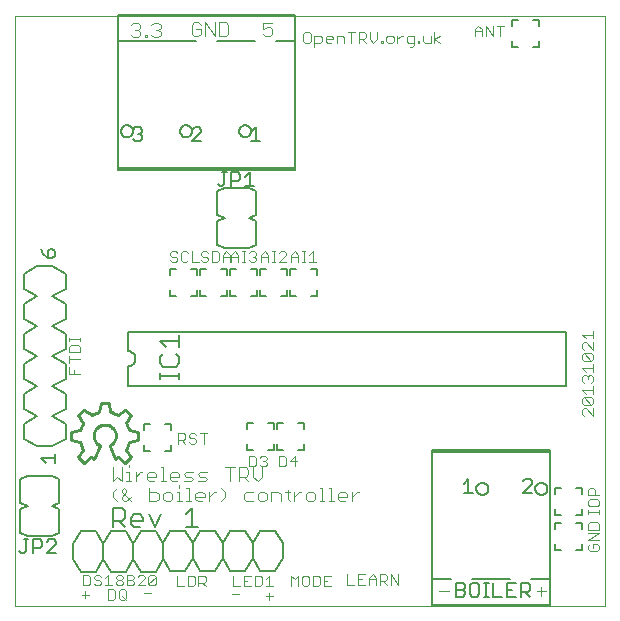
<source format=gto>
G75*
%MOIN*%
%OFA0B0*%
%FSLAX24Y24*%
%IPPOS*%
%LPD*%
%AMOC8*
5,1,8,0,0,1.08239X$1,22.5*
%
%ADD10C,0.0000*%
%ADD11C,0.0040*%
%ADD12C,0.0030*%
%ADD13C,0.0050*%
%ADD14C,0.0060*%
%ADD15C,0.0070*%
%ADD16C,0.0100*%
D10*
X000180Y000180D02*
X000180Y019865D01*
X019865Y019865D01*
X019865Y000180D01*
X000180Y000180D01*
D11*
X002412Y000559D02*
X002648Y000559D01*
X002530Y000677D02*
X002530Y000441D01*
X002460Y000871D02*
X002637Y000871D01*
X002696Y000930D01*
X002696Y001166D01*
X002637Y001225D01*
X002460Y001225D01*
X002460Y000871D01*
X002822Y000930D02*
X002881Y000871D01*
X002999Y000871D01*
X003058Y000930D01*
X003058Y000989D01*
X002999Y001048D01*
X002881Y001048D01*
X002822Y001107D01*
X002822Y001166D01*
X002881Y001225D01*
X002999Y001225D01*
X003058Y001166D01*
X003185Y001107D02*
X003303Y001225D01*
X003303Y000871D01*
X003185Y000871D02*
X003421Y000871D01*
X003462Y000751D02*
X003285Y000751D01*
X003285Y000397D01*
X003462Y000397D01*
X003521Y000456D01*
X003521Y000692D01*
X003462Y000751D01*
X003606Y000871D02*
X003547Y000930D01*
X003547Y000989D01*
X003606Y001048D01*
X003724Y001048D01*
X003783Y000989D01*
X003783Y000930D01*
X003724Y000871D01*
X003606Y000871D01*
X003706Y000751D02*
X003824Y000751D01*
X003883Y000692D01*
X003883Y000456D01*
X003824Y000397D01*
X003706Y000397D01*
X003647Y000456D01*
X003647Y000692D01*
X003706Y000751D01*
X003910Y000871D02*
X004087Y000871D01*
X004146Y000930D01*
X004146Y000989D01*
X004087Y001048D01*
X003910Y001048D01*
X003783Y001107D02*
X003724Y001048D01*
X003783Y001107D02*
X003783Y001166D01*
X003724Y001225D01*
X003606Y001225D01*
X003547Y001166D01*
X003547Y001107D01*
X003606Y001048D01*
X003910Y000871D02*
X003910Y001225D01*
X004087Y001225D01*
X004146Y001166D01*
X004146Y001107D01*
X004087Y001048D01*
X004272Y001166D02*
X004331Y001225D01*
X004449Y001225D01*
X004508Y001166D01*
X004508Y001107D01*
X004272Y000871D01*
X004508Y000871D01*
X004635Y000930D02*
X004635Y001166D01*
X004694Y001225D01*
X004812Y001225D01*
X004871Y001166D01*
X004635Y000930D01*
X004694Y000871D01*
X004812Y000871D01*
X004871Y000930D01*
X004871Y001166D01*
X004720Y000604D02*
X004484Y000604D01*
X003883Y000397D02*
X003765Y000515D01*
X005579Y000847D02*
X005815Y000847D01*
X005941Y000847D02*
X006118Y000847D01*
X006177Y000906D01*
X006177Y001142D01*
X006118Y001201D01*
X005941Y001201D01*
X005941Y000847D01*
X005579Y000847D02*
X005579Y001201D01*
X006304Y001201D02*
X006304Y000847D01*
X006304Y000965D02*
X006481Y000965D01*
X006540Y001024D01*
X006540Y001142D01*
X006481Y001201D01*
X006304Y001201D01*
X006422Y000965D02*
X006540Y000847D01*
X007454Y000847D02*
X007690Y000847D01*
X007816Y000847D02*
X008052Y000847D01*
X008179Y000847D02*
X008356Y000847D01*
X008415Y000906D01*
X008415Y001142D01*
X008356Y001201D01*
X008179Y001201D01*
X008179Y000847D01*
X007934Y001024D02*
X007816Y001024D01*
X007816Y001201D02*
X007816Y000847D01*
X007816Y001201D02*
X008052Y001201D01*
X008541Y001083D02*
X008659Y001201D01*
X008659Y000847D01*
X008541Y000847D02*
X008777Y000847D01*
X008663Y000633D02*
X008663Y000397D01*
X008545Y000515D02*
X008781Y000515D01*
X009389Y000847D02*
X009389Y001201D01*
X009507Y001083D01*
X009625Y001201D01*
X009625Y000847D01*
X009751Y000906D02*
X009810Y000847D01*
X009928Y000847D01*
X009987Y000906D01*
X009987Y001142D01*
X009928Y001201D01*
X009810Y001201D01*
X009751Y001142D01*
X009751Y000906D01*
X010114Y000847D02*
X010291Y000847D01*
X010350Y000906D01*
X010350Y001142D01*
X010291Y001201D01*
X010114Y001201D01*
X010114Y000847D01*
X010476Y000847D02*
X010712Y000847D01*
X010594Y001024D02*
X010476Y001024D01*
X010476Y001201D02*
X010476Y000847D01*
X010476Y001201D02*
X010712Y001201D01*
X011264Y001250D02*
X011264Y000896D01*
X011500Y000896D01*
X011626Y000896D02*
X011862Y000896D01*
X011989Y000896D02*
X011989Y001132D01*
X012107Y001250D01*
X012225Y001132D01*
X012225Y000896D01*
X012351Y000896D02*
X012351Y001250D01*
X012528Y001250D01*
X012587Y001191D01*
X012587Y001073D01*
X012528Y001014D01*
X012351Y001014D01*
X012469Y001014D02*
X012587Y000896D01*
X012714Y000896D02*
X012714Y001250D01*
X012950Y000896D01*
X012950Y001250D01*
X012225Y001073D02*
X011989Y001073D01*
X011862Y001250D02*
X011626Y001250D01*
X011626Y000896D01*
X011626Y001073D02*
X011744Y001073D01*
X014333Y000700D02*
X014639Y000700D01*
X017577Y000674D02*
X017884Y000674D01*
X017731Y000827D02*
X017731Y000521D01*
X019293Y002070D02*
X019352Y002011D01*
X019588Y002011D01*
X019647Y002070D01*
X019647Y002188D01*
X019588Y002247D01*
X019470Y002247D01*
X019470Y002129D01*
X019352Y002247D02*
X019293Y002188D01*
X019293Y002070D01*
X019293Y002374D02*
X019647Y002610D01*
X019293Y002610D01*
X019293Y002736D02*
X019293Y002913D01*
X019352Y002972D01*
X019588Y002972D01*
X019647Y002913D01*
X019647Y002736D01*
X019293Y002736D01*
X019293Y002374D02*
X019647Y002374D01*
X019641Y003268D02*
X019641Y003386D01*
X019641Y003327D02*
X019287Y003327D01*
X019287Y003268D02*
X019287Y003386D01*
X019346Y003509D02*
X019582Y003509D01*
X019641Y003568D01*
X019641Y003686D01*
X019582Y003745D01*
X019346Y003745D01*
X019287Y003686D01*
X019287Y003568D01*
X019346Y003509D01*
X019287Y003872D02*
X019287Y004049D01*
X019346Y004108D01*
X019464Y004108D01*
X019523Y004049D01*
X019523Y003872D01*
X019641Y003872D02*
X019287Y003872D01*
X011650Y003980D02*
X011573Y003980D01*
X011420Y003827D01*
X011420Y003980D02*
X011420Y003673D01*
X011267Y003827D02*
X010960Y003827D01*
X010960Y003904D02*
X011036Y003980D01*
X011190Y003980D01*
X011267Y003904D01*
X011267Y003827D01*
X011190Y003673D02*
X011036Y003673D01*
X010960Y003750D01*
X010960Y003904D01*
X010806Y003673D02*
X010653Y003673D01*
X010729Y003673D02*
X010729Y004134D01*
X010653Y004134D01*
X010422Y004134D02*
X010422Y003673D01*
X010346Y003673D02*
X010499Y003673D01*
X010192Y003750D02*
X010192Y003904D01*
X010116Y003980D01*
X009962Y003980D01*
X009885Y003904D01*
X009885Y003750D01*
X009962Y003673D01*
X010116Y003673D01*
X010192Y003750D01*
X010346Y004134D02*
X010422Y004134D01*
X009732Y003980D02*
X009655Y003980D01*
X009502Y003827D01*
X009502Y003980D02*
X009502Y003673D01*
X009348Y003673D02*
X009271Y003750D01*
X009271Y004057D01*
X009195Y003980D02*
X009348Y003980D01*
X009041Y003904D02*
X009041Y003673D01*
X009041Y003904D02*
X008965Y003980D01*
X008734Y003980D01*
X008734Y003673D01*
X008581Y003750D02*
X008581Y003904D01*
X008504Y003980D01*
X008351Y003980D01*
X008274Y003904D01*
X008274Y003750D01*
X008351Y003673D01*
X008504Y003673D01*
X008581Y003750D01*
X008120Y003673D02*
X007890Y003673D01*
X007814Y003750D01*
X007814Y003904D01*
X007890Y003980D01*
X008120Y003980D01*
X007967Y004348D02*
X007814Y004501D01*
X007890Y004501D02*
X007660Y004501D01*
X007660Y004348D02*
X007660Y004808D01*
X007890Y004808D01*
X007967Y004731D01*
X007967Y004578D01*
X007890Y004501D01*
X008120Y004501D02*
X008120Y004808D01*
X008155Y004838D02*
X007978Y004838D01*
X007978Y005192D01*
X008155Y005192D01*
X008214Y005133D01*
X008214Y004897D01*
X008155Y004838D01*
X008340Y004897D02*
X008399Y004838D01*
X008517Y004838D01*
X008576Y004897D01*
X008576Y004956D01*
X008517Y005015D01*
X008458Y005015D01*
X008517Y005015D02*
X008576Y005074D01*
X008576Y005133D01*
X008517Y005192D01*
X008399Y005192D01*
X008340Y005133D01*
X008427Y004808D02*
X008427Y004501D01*
X008274Y004348D01*
X008120Y004501D01*
X007507Y004808D02*
X007200Y004808D01*
X007353Y004808D02*
X007353Y004348D01*
X007046Y004134D02*
X007200Y003980D01*
X007200Y003827D01*
X007046Y003673D01*
X006893Y003980D02*
X006816Y003980D01*
X006663Y003827D01*
X006663Y003980D02*
X006663Y003673D01*
X006509Y003827D02*
X006202Y003827D01*
X006202Y003904D02*
X006279Y003980D01*
X006432Y003980D01*
X006509Y003904D01*
X006509Y003827D01*
X006432Y003673D02*
X006279Y003673D01*
X006202Y003750D01*
X006202Y003904D01*
X006049Y003673D02*
X005895Y003673D01*
X005972Y003673D02*
X005972Y004134D01*
X005895Y004134D01*
X005819Y004348D02*
X006049Y004348D01*
X006125Y004424D01*
X006049Y004501D01*
X005895Y004501D01*
X005819Y004578D01*
X005895Y004655D01*
X006125Y004655D01*
X006279Y004578D02*
X006356Y004655D01*
X006586Y004655D01*
X006509Y004501D02*
X006356Y004501D01*
X006279Y004578D01*
X006279Y004348D02*
X006509Y004348D01*
X006586Y004424D01*
X006509Y004501D01*
X005665Y004501D02*
X005358Y004501D01*
X005358Y004424D02*
X005358Y004578D01*
X005435Y004655D01*
X005588Y004655D01*
X005665Y004578D01*
X005665Y004501D01*
X005588Y004348D02*
X005435Y004348D01*
X005358Y004424D01*
X005205Y004348D02*
X005051Y004348D01*
X005128Y004348D02*
X005128Y004808D01*
X005051Y004808D01*
X004821Y004655D02*
X004898Y004578D01*
X004898Y004501D01*
X004591Y004501D01*
X004591Y004424D02*
X004591Y004578D01*
X004668Y004655D01*
X004821Y004655D01*
X004821Y004348D02*
X004668Y004348D01*
X004591Y004424D01*
X004437Y004655D02*
X004361Y004655D01*
X004207Y004501D01*
X004207Y004348D02*
X004207Y004655D01*
X003977Y004655D02*
X003977Y004348D01*
X003900Y004348D02*
X004054Y004348D01*
X003823Y004134D02*
X003747Y004057D01*
X003747Y003980D01*
X004054Y003673D01*
X004054Y003827D02*
X003900Y003673D01*
X003823Y003673D01*
X003747Y003750D01*
X003747Y003827D01*
X003900Y003980D01*
X003900Y004057D01*
X003823Y004134D01*
X003747Y004348D02*
X003747Y004808D01*
X003900Y004655D02*
X003977Y004655D01*
X003977Y004808D02*
X003977Y004885D01*
X003440Y004808D02*
X003440Y004348D01*
X003593Y004501D01*
X003747Y004348D01*
X003593Y004134D02*
X003440Y003980D01*
X003440Y003827D01*
X003593Y003673D01*
X004668Y003673D02*
X004898Y003673D01*
X004974Y003750D01*
X004974Y003904D01*
X004898Y003980D01*
X004668Y003980D01*
X004668Y004134D02*
X004668Y003673D01*
X005128Y003750D02*
X005205Y003673D01*
X005358Y003673D01*
X005435Y003750D01*
X005435Y003904D01*
X005358Y003980D01*
X005205Y003980D01*
X005128Y003904D01*
X005128Y003750D01*
X005588Y003673D02*
X005742Y003673D01*
X005665Y003673D02*
X005665Y003980D01*
X005588Y003980D01*
X005665Y004134D02*
X005665Y004211D01*
X005631Y005596D02*
X005631Y005950D01*
X005808Y005950D01*
X005867Y005891D01*
X005867Y005773D01*
X005808Y005714D01*
X005631Y005714D01*
X005749Y005714D02*
X005867Y005596D01*
X005993Y005655D02*
X006052Y005596D01*
X006170Y005596D01*
X006229Y005655D01*
X006229Y005714D01*
X006170Y005773D01*
X006052Y005773D01*
X005993Y005832D01*
X005993Y005891D01*
X006052Y005950D01*
X006170Y005950D01*
X006229Y005891D01*
X006356Y005950D02*
X006592Y005950D01*
X006474Y005950D02*
X006474Y005596D01*
X008978Y005192D02*
X008978Y004838D01*
X009155Y004838D01*
X009214Y004897D01*
X009214Y005133D01*
X009155Y005192D01*
X008978Y005192D01*
X009340Y005015D02*
X009576Y005015D01*
X009517Y005192D02*
X009340Y005015D01*
X009517Y004838D02*
X009517Y005192D01*
X007454Y001201D02*
X007454Y000847D01*
X007426Y000574D02*
X007662Y000574D01*
X002340Y007923D02*
X001986Y007923D01*
X001986Y008159D01*
X001986Y008286D02*
X001986Y008522D01*
X001986Y008404D02*
X002340Y008404D01*
X002163Y008041D02*
X002163Y007923D01*
X001986Y008648D02*
X002340Y008648D01*
X002340Y008825D01*
X002281Y008884D01*
X002045Y008884D01*
X001986Y008825D01*
X001986Y008648D01*
X001986Y009011D02*
X001986Y009129D01*
X001986Y009070D02*
X002340Y009070D01*
X002340Y009011D02*
X002340Y009129D01*
X005362Y011715D02*
X005421Y011656D01*
X005539Y011656D01*
X005598Y011715D01*
X005598Y011774D01*
X005539Y011833D01*
X005421Y011833D01*
X005362Y011892D01*
X005362Y011951D01*
X005421Y012010D01*
X005539Y012010D01*
X005598Y011951D01*
X005725Y011951D02*
X005725Y011715D01*
X005784Y011656D01*
X005902Y011656D01*
X005961Y011715D01*
X006087Y011656D02*
X006087Y012010D01*
X005961Y011951D02*
X005902Y012010D01*
X005784Y012010D01*
X005725Y011951D01*
X006087Y011656D02*
X006323Y011656D01*
X006382Y011715D02*
X006441Y011656D01*
X006559Y011656D01*
X006618Y011715D01*
X006618Y011774D01*
X006559Y011833D01*
X006441Y011833D01*
X006382Y011892D01*
X006382Y011951D01*
X006441Y012010D01*
X006559Y012010D01*
X006618Y011951D01*
X006745Y012010D02*
X006922Y012010D01*
X006981Y011951D01*
X006981Y011715D01*
X006922Y011656D01*
X006745Y011656D01*
X006745Y012010D01*
X007107Y011892D02*
X007107Y011656D01*
X007107Y011833D02*
X007343Y011833D01*
X007387Y011833D02*
X007623Y011833D01*
X007623Y011892D02*
X007623Y011656D01*
X007749Y011656D02*
X007867Y011656D01*
X007808Y011656D02*
X007808Y012010D01*
X007749Y012010D02*
X007867Y012010D01*
X007991Y011951D02*
X008050Y012010D01*
X008168Y012010D01*
X008227Y011951D01*
X008227Y011892D01*
X008168Y011833D01*
X008227Y011774D01*
X008227Y011715D01*
X008168Y011656D01*
X008050Y011656D01*
X007991Y011715D01*
X008109Y011833D02*
X008168Y011833D01*
X008387Y011833D02*
X008623Y011833D01*
X008623Y011892D02*
X008623Y011656D01*
X008749Y011656D02*
X008867Y011656D01*
X008808Y011656D02*
X008808Y012010D01*
X008749Y012010D02*
X008867Y012010D01*
X008991Y011951D02*
X009050Y012010D01*
X009168Y012010D01*
X009227Y011951D01*
X009227Y011892D01*
X008991Y011656D01*
X009227Y011656D01*
X009387Y011656D02*
X009387Y011892D01*
X009505Y012010D01*
X009623Y011892D01*
X009623Y011656D01*
X009749Y011656D02*
X009867Y011656D01*
X009808Y011656D02*
X009808Y012010D01*
X009749Y012010D02*
X009867Y012010D01*
X009991Y011892D02*
X010109Y012010D01*
X010109Y011656D01*
X009991Y011656D02*
X010227Y011656D01*
X009623Y011833D02*
X009387Y011833D01*
X008623Y011892D02*
X008505Y012010D01*
X008387Y011892D01*
X008387Y011656D01*
X007623Y011892D02*
X007505Y012010D01*
X007387Y011892D01*
X007387Y011656D01*
X007343Y011656D02*
X007343Y011892D01*
X007225Y012010D01*
X007107Y011892D01*
X006992Y019185D02*
X007222Y019185D01*
X007299Y019262D01*
X007299Y019569D01*
X007222Y019646D01*
X006992Y019646D01*
X006992Y019185D01*
X006838Y019185D02*
X006838Y019646D01*
X006531Y019646D02*
X006531Y019185D01*
X006378Y019262D02*
X006378Y019416D01*
X006224Y019416D01*
X006071Y019569D02*
X006071Y019262D01*
X006148Y019185D01*
X006301Y019185D01*
X006378Y019262D01*
X006378Y019569D02*
X006301Y019646D01*
X006148Y019646D01*
X006071Y019569D01*
X006531Y019646D02*
X006838Y019185D01*
X008454Y019251D02*
X008531Y019174D01*
X008685Y019174D01*
X008761Y019251D01*
X008761Y019404D01*
X008685Y019481D01*
X008608Y019481D01*
X008454Y019404D01*
X008454Y019634D01*
X008761Y019634D01*
X005043Y019540D02*
X005043Y019463D01*
X004966Y019386D01*
X005043Y019310D01*
X005043Y019233D01*
X004966Y019156D01*
X004812Y019156D01*
X004736Y019233D01*
X004582Y019233D02*
X004582Y019156D01*
X004505Y019156D01*
X004505Y019233D01*
X004582Y019233D01*
X004352Y019233D02*
X004352Y019310D01*
X004275Y019386D01*
X004199Y019386D01*
X004275Y019386D02*
X004352Y019463D01*
X004352Y019540D01*
X004275Y019617D01*
X004122Y019617D01*
X004045Y019540D01*
X004045Y019233D02*
X004122Y019156D01*
X004275Y019156D01*
X004352Y019233D01*
X004736Y019540D02*
X004812Y019617D01*
X004966Y019617D01*
X005043Y019540D01*
X004966Y019386D02*
X004889Y019386D01*
X015519Y019358D02*
X015755Y019358D01*
X015755Y019417D02*
X015755Y019181D01*
X015882Y019181D02*
X015882Y019535D01*
X016118Y019181D01*
X016118Y019535D01*
X016244Y019535D02*
X016480Y019535D01*
X016362Y019535D02*
X016362Y019181D01*
X015755Y019417D02*
X015637Y019535D01*
X015519Y019417D01*
X015519Y019181D01*
D12*
X014345Y019201D02*
X014160Y019078D01*
X014345Y018954D01*
X014160Y018954D02*
X014160Y019325D01*
X014038Y019201D02*
X014038Y018954D01*
X013853Y018954D01*
X013792Y019016D01*
X013792Y019201D01*
X013669Y019016D02*
X013607Y019016D01*
X013607Y018954D01*
X013669Y018954D01*
X013669Y019016D01*
X013486Y018954D02*
X013301Y018954D01*
X013239Y019016D01*
X013239Y019140D01*
X013301Y019201D01*
X013486Y019201D01*
X013486Y018893D01*
X013424Y018831D01*
X013363Y018831D01*
X013117Y019201D02*
X013056Y019201D01*
X012932Y019078D01*
X012932Y019201D02*
X012932Y018954D01*
X012811Y019016D02*
X012811Y019140D01*
X012749Y019201D01*
X012626Y019201D01*
X012564Y019140D01*
X012564Y019016D01*
X012626Y018954D01*
X012749Y018954D01*
X012811Y019016D01*
X012441Y019016D02*
X012441Y018954D01*
X012380Y018954D01*
X012380Y019016D01*
X012441Y019016D01*
X012258Y019078D02*
X012258Y019325D01*
X012258Y019078D02*
X012135Y018954D01*
X012011Y019078D01*
X012011Y019325D01*
X011890Y019263D02*
X011890Y019140D01*
X011828Y019078D01*
X011643Y019078D01*
X011767Y019078D02*
X011890Y018954D01*
X011643Y018954D02*
X011643Y019325D01*
X011828Y019325D01*
X011890Y019263D01*
X011522Y019325D02*
X011275Y019325D01*
X011398Y019325D02*
X011398Y018954D01*
X011153Y018954D02*
X011153Y019140D01*
X011092Y019201D01*
X010906Y019201D01*
X010906Y018954D01*
X010785Y019078D02*
X010538Y019078D01*
X010538Y019140D02*
X010600Y019201D01*
X010723Y019201D01*
X010785Y019140D01*
X010785Y019078D01*
X010723Y018954D02*
X010600Y018954D01*
X010538Y019016D01*
X010538Y019140D01*
X010417Y019140D02*
X010417Y019016D01*
X010355Y018954D01*
X010170Y018954D01*
X010170Y018831D02*
X010170Y019201D01*
X010355Y019201D01*
X010417Y019140D01*
X010048Y019263D02*
X010048Y019016D01*
X009987Y018954D01*
X009863Y018954D01*
X009801Y019016D01*
X009801Y019263D01*
X009863Y019325D01*
X009987Y019325D01*
X010048Y019263D01*
X019086Y009227D02*
X019457Y009227D01*
X019457Y009104D02*
X019457Y009351D01*
X019210Y009104D02*
X019086Y009227D01*
X019148Y008982D02*
X019086Y008921D01*
X019086Y008797D01*
X019148Y008736D01*
X019148Y008614D02*
X019395Y008367D01*
X019457Y008429D01*
X019457Y008552D01*
X019395Y008614D01*
X019148Y008614D01*
X019086Y008552D01*
X019086Y008429D01*
X019148Y008367D01*
X019395Y008367D01*
X019457Y008246D02*
X019457Y007999D01*
X019457Y008122D02*
X019086Y008122D01*
X019210Y007999D01*
X019210Y007878D02*
X019271Y007816D01*
X019333Y007878D01*
X019395Y007878D01*
X019457Y007816D01*
X019457Y007692D01*
X019395Y007631D01*
X019457Y007509D02*
X019457Y007262D01*
X019457Y007386D02*
X019086Y007386D01*
X019210Y007262D01*
X019148Y007141D02*
X019395Y006894D01*
X019457Y006956D01*
X019457Y007079D01*
X019395Y007141D01*
X019148Y007141D01*
X019086Y007079D01*
X019086Y006956D01*
X019148Y006894D01*
X019395Y006894D01*
X019457Y006773D02*
X019457Y006526D01*
X019210Y006773D01*
X019148Y006773D01*
X019086Y006711D01*
X019086Y006587D01*
X019148Y006526D01*
X019148Y007631D02*
X019086Y007692D01*
X019086Y007816D01*
X019148Y007878D01*
X019210Y007878D01*
X019271Y007816D02*
X019271Y007754D01*
X019457Y008736D02*
X019210Y008982D01*
X019148Y008982D01*
X019457Y008982D02*
X019457Y008736D01*
D13*
X017339Y004419D02*
X017189Y004419D01*
X017114Y004344D01*
X017339Y004419D02*
X017414Y004344D01*
X017414Y004269D01*
X017114Y003969D01*
X017414Y003969D01*
X015445Y003969D02*
X015145Y003969D01*
X015295Y003969D02*
X015295Y004419D01*
X015145Y004269D01*
X015125Y000949D02*
X014900Y000949D01*
X014900Y000499D01*
X015125Y000499D01*
X015200Y000574D01*
X015200Y000649D01*
X015125Y000724D01*
X014900Y000724D01*
X015125Y000724D02*
X015200Y000799D01*
X015200Y000874D01*
X015125Y000949D01*
X015360Y000874D02*
X015360Y000574D01*
X015435Y000499D01*
X015586Y000499D01*
X015661Y000574D01*
X015661Y000874D01*
X015586Y000949D01*
X015435Y000949D01*
X015360Y000874D01*
X015821Y000949D02*
X015971Y000949D01*
X015896Y000949D02*
X015896Y000499D01*
X015821Y000499D02*
X015971Y000499D01*
X016128Y000499D02*
X016428Y000499D01*
X016588Y000499D02*
X016888Y000499D01*
X017048Y000499D02*
X017048Y000949D01*
X017274Y000949D01*
X017349Y000874D01*
X017349Y000724D01*
X017274Y000649D01*
X017048Y000649D01*
X017199Y000649D02*
X017349Y000499D01*
X016888Y000949D02*
X016588Y000949D01*
X016588Y000499D01*
X016588Y000724D02*
X016738Y000724D01*
X016128Y000949D02*
X016128Y000499D01*
X006283Y002830D02*
X005876Y002830D01*
X006079Y002830D02*
X006079Y003441D01*
X005876Y003237D01*
X005067Y003237D02*
X004864Y002830D01*
X004660Y003237D01*
X004460Y003135D02*
X004460Y003034D01*
X004053Y003034D01*
X004053Y003135D02*
X004154Y003237D01*
X004358Y003237D01*
X004460Y003135D01*
X004358Y002830D02*
X004154Y002830D01*
X004053Y002932D01*
X004053Y003135D01*
X003852Y003135D02*
X003852Y003339D01*
X003750Y003441D01*
X003445Y003441D01*
X003445Y002830D01*
X003445Y003034D02*
X003750Y003034D01*
X003852Y003135D01*
X003648Y003034D02*
X003852Y002830D01*
X001546Y002331D02*
X001471Y002406D01*
X001321Y002406D01*
X001246Y002331D01*
X001086Y002331D02*
X001086Y002181D01*
X001011Y002106D01*
X000785Y002106D01*
X000785Y001956D02*
X000785Y002406D01*
X001011Y002406D01*
X001086Y002331D01*
X001246Y001956D02*
X001546Y002256D01*
X001546Y002331D01*
X001546Y001956D02*
X001246Y001956D01*
X000625Y002406D02*
X000475Y002406D01*
X000550Y002406D02*
X000550Y002031D01*
X000475Y001956D01*
X000400Y001956D01*
X000325Y002031D01*
X001217Y004957D02*
X001067Y005107D01*
X001517Y005107D01*
X001517Y004957D02*
X001517Y005257D01*
X001430Y011781D02*
X001280Y011781D01*
X001280Y012006D01*
X001355Y012081D01*
X001430Y012081D01*
X001505Y012006D01*
X001505Y011856D01*
X001430Y011781D01*
X001280Y011781D02*
X001130Y011931D01*
X001055Y012081D01*
X004204Y015690D02*
X004129Y015765D01*
X004204Y015690D02*
X004354Y015690D01*
X004429Y015765D01*
X004429Y015840D01*
X004354Y015915D01*
X004279Y015915D01*
X004354Y015915D02*
X004429Y015990D01*
X004429Y016065D01*
X004354Y016140D01*
X004204Y016140D01*
X004129Y016065D01*
X006097Y016065D02*
X006172Y016140D01*
X006322Y016140D01*
X006397Y016065D01*
X006397Y015990D01*
X006097Y015690D01*
X006397Y015690D01*
X007090Y014644D02*
X007240Y014644D01*
X007165Y014644D02*
X007165Y014269D01*
X007090Y014194D01*
X007015Y014194D01*
X006939Y014269D01*
X007400Y014344D02*
X007625Y014344D01*
X007700Y014419D01*
X007700Y014569D01*
X007625Y014644D01*
X007400Y014644D01*
X007400Y014194D01*
X007860Y014194D02*
X008161Y014194D01*
X008010Y014194D02*
X008010Y014644D01*
X007860Y014494D01*
X008066Y015690D02*
X008366Y015690D01*
X008216Y015690D02*
X008216Y016140D01*
X008066Y015990D01*
D14*
X007660Y016015D02*
X007662Y016043D01*
X007668Y016070D01*
X007677Y016096D01*
X007690Y016121D01*
X007707Y016144D01*
X007726Y016164D01*
X007748Y016181D01*
X007772Y016195D01*
X007798Y016205D01*
X007825Y016212D01*
X007853Y016215D01*
X007881Y016214D01*
X007908Y016209D01*
X007935Y016200D01*
X007960Y016188D01*
X007983Y016173D01*
X008004Y016154D01*
X008022Y016133D01*
X008037Y016109D01*
X008048Y016083D01*
X008056Y016057D01*
X008060Y016029D01*
X008060Y016001D01*
X008056Y015973D01*
X008048Y015947D01*
X008037Y015921D01*
X008022Y015897D01*
X008004Y015876D01*
X007983Y015857D01*
X007960Y015842D01*
X007935Y015830D01*
X007908Y015821D01*
X007881Y015816D01*
X007853Y015815D01*
X007825Y015818D01*
X007798Y015825D01*
X007772Y015835D01*
X007748Y015849D01*
X007726Y015866D01*
X007707Y015886D01*
X007690Y015909D01*
X007677Y015934D01*
X007668Y015960D01*
X007662Y015987D01*
X007660Y016015D01*
X005692Y016015D02*
X005694Y016043D01*
X005700Y016070D01*
X005709Y016096D01*
X005722Y016121D01*
X005739Y016144D01*
X005758Y016164D01*
X005780Y016181D01*
X005804Y016195D01*
X005830Y016205D01*
X005857Y016212D01*
X005885Y016215D01*
X005913Y016214D01*
X005940Y016209D01*
X005967Y016200D01*
X005992Y016188D01*
X006015Y016173D01*
X006036Y016154D01*
X006054Y016133D01*
X006069Y016109D01*
X006080Y016083D01*
X006088Y016057D01*
X006092Y016029D01*
X006092Y016001D01*
X006088Y015973D01*
X006080Y015947D01*
X006069Y015921D01*
X006054Y015897D01*
X006036Y015876D01*
X006015Y015857D01*
X005992Y015842D01*
X005967Y015830D01*
X005940Y015821D01*
X005913Y015816D01*
X005885Y015815D01*
X005857Y015818D01*
X005830Y015825D01*
X005804Y015835D01*
X005780Y015849D01*
X005758Y015866D01*
X005739Y015886D01*
X005722Y015909D01*
X005709Y015934D01*
X005700Y015960D01*
X005694Y015987D01*
X005692Y016015D01*
X003723Y016015D02*
X003725Y016043D01*
X003731Y016070D01*
X003740Y016096D01*
X003753Y016121D01*
X003770Y016144D01*
X003789Y016164D01*
X003811Y016181D01*
X003835Y016195D01*
X003861Y016205D01*
X003888Y016212D01*
X003916Y016215D01*
X003944Y016214D01*
X003971Y016209D01*
X003998Y016200D01*
X004023Y016188D01*
X004046Y016173D01*
X004067Y016154D01*
X004085Y016133D01*
X004100Y016109D01*
X004111Y016083D01*
X004119Y016057D01*
X004123Y016029D01*
X004123Y016001D01*
X004119Y015973D01*
X004111Y015947D01*
X004100Y015921D01*
X004085Y015897D01*
X004067Y015876D01*
X004046Y015857D01*
X004023Y015842D01*
X003998Y015830D01*
X003971Y015821D01*
X003944Y015816D01*
X003916Y015815D01*
X003888Y015818D01*
X003861Y015825D01*
X003835Y015835D01*
X003811Y015849D01*
X003789Y015866D01*
X003770Y015886D01*
X003753Y015909D01*
X003740Y015934D01*
X003731Y015960D01*
X003725Y015987D01*
X003723Y016015D01*
X003628Y014801D02*
X003628Y019029D01*
X003628Y019879D01*
X009534Y019879D01*
X009534Y019029D01*
X009534Y014801D01*
X009534Y014721D01*
X003628Y014721D01*
X003628Y014801D01*
X009534Y014801D01*
X008230Y014009D02*
X008230Y013209D01*
X007980Y013109D01*
X008230Y013009D01*
X008230Y012209D01*
X007980Y012109D01*
X007180Y012109D01*
X006930Y012209D01*
X006930Y013009D01*
X007180Y013109D01*
X006930Y013209D01*
X006930Y014009D01*
X007180Y014109D01*
X007980Y014109D01*
X008230Y014009D01*
X008267Y011411D02*
X008067Y011411D01*
X008267Y011411D02*
X008267Y011211D01*
X008367Y011211D02*
X008367Y011411D01*
X008567Y011411D01*
X009067Y011411D02*
X009267Y011411D01*
X009267Y011211D01*
X009367Y011211D02*
X009367Y011411D01*
X009567Y011411D01*
X010067Y011411D02*
X010267Y011411D01*
X010267Y011211D01*
X010267Y010711D02*
X010267Y010511D01*
X010067Y010511D01*
X009567Y010511D02*
X009367Y010511D01*
X009367Y010711D01*
X009267Y010711D02*
X009267Y010511D01*
X009067Y010511D01*
X008567Y010511D02*
X008367Y010511D01*
X008367Y010711D01*
X008267Y010711D02*
X008267Y010511D01*
X008067Y010511D01*
X007567Y010511D02*
X007367Y010511D01*
X007367Y010711D01*
X007266Y010711D02*
X007266Y010511D01*
X007066Y010511D01*
X006566Y010511D02*
X006366Y010511D01*
X006366Y010711D01*
X006246Y010711D02*
X006246Y010511D01*
X006046Y010511D01*
X005546Y010511D02*
X005346Y010511D01*
X005346Y010711D01*
X005346Y011211D02*
X005346Y011411D01*
X005546Y011411D01*
X006046Y011411D02*
X006246Y011411D01*
X006246Y011211D01*
X006366Y011211D02*
X006366Y011411D01*
X006566Y011411D01*
X007066Y011411D02*
X007266Y011411D01*
X007266Y011211D01*
X007367Y011211D02*
X007367Y011411D01*
X007567Y011411D01*
X003952Y009330D02*
X003952Y008680D01*
X003982Y008678D01*
X004012Y008673D01*
X004041Y008664D01*
X004068Y008651D01*
X004094Y008636D01*
X004118Y008617D01*
X004139Y008596D01*
X004158Y008572D01*
X004173Y008546D01*
X004186Y008519D01*
X004195Y008490D01*
X004200Y008460D01*
X004202Y008430D01*
X004200Y008400D01*
X004195Y008370D01*
X004186Y008341D01*
X004173Y008314D01*
X004158Y008288D01*
X004139Y008264D01*
X004118Y008243D01*
X004094Y008224D01*
X004068Y008209D01*
X004041Y008196D01*
X004012Y008187D01*
X003982Y008182D01*
X003952Y008180D01*
X003952Y007530D01*
X018552Y007530D01*
X018552Y009330D01*
X003952Y009330D01*
X001880Y009256D02*
X001880Y008756D01*
X001430Y008506D01*
X001880Y008256D01*
X001880Y007756D01*
X001430Y007506D01*
X001880Y007256D01*
X001880Y006756D01*
X001430Y006506D01*
X001880Y006256D01*
X001880Y005756D01*
X001430Y005506D01*
X000930Y005506D01*
X000480Y005756D01*
X000480Y006256D01*
X000930Y006506D01*
X000480Y006756D01*
X000480Y007256D01*
X000930Y007506D01*
X000480Y007756D01*
X000480Y008256D01*
X000930Y008506D01*
X000480Y008756D01*
X000480Y009256D01*
X000930Y009506D01*
X000480Y009756D01*
X000480Y010256D01*
X000930Y010506D01*
X000480Y010756D01*
X000480Y011256D01*
X000930Y011506D01*
X001430Y011506D01*
X001880Y011256D01*
X001880Y010756D01*
X001430Y010506D01*
X001880Y010256D01*
X001880Y009756D01*
X001430Y009506D01*
X001880Y009256D01*
X004493Y006255D02*
X004493Y006055D01*
X004493Y006255D02*
X004693Y006255D01*
X005193Y006255D02*
X005393Y006255D01*
X005393Y006055D01*
X005393Y005555D02*
X005393Y005355D01*
X005193Y005355D01*
X004693Y005355D02*
X004493Y005355D01*
X004493Y005555D01*
X004375Y002671D02*
X004875Y002671D01*
X005125Y002251D01*
X005125Y001751D01*
X004875Y001331D01*
X004375Y001331D01*
X004125Y001751D01*
X003875Y001331D01*
X003375Y001331D01*
X003125Y001751D01*
X002875Y001331D01*
X002375Y001331D01*
X002125Y001751D01*
X002125Y002251D01*
X002375Y002671D01*
X002875Y002671D01*
X003125Y002251D01*
X003375Y002671D01*
X003875Y002671D01*
X004125Y002251D01*
X004375Y002671D01*
X004125Y002251D02*
X004125Y001751D01*
X005115Y001778D02*
X005365Y001358D01*
X005865Y001358D01*
X006115Y001778D01*
X006365Y001358D01*
X006865Y001358D01*
X007115Y001778D01*
X007365Y001358D01*
X007865Y001358D01*
X008115Y001778D01*
X008365Y001358D01*
X008865Y001358D01*
X009115Y001778D01*
X009115Y002278D01*
X008865Y002698D01*
X008365Y002698D01*
X008115Y002278D01*
X008115Y001778D01*
X008115Y002278D02*
X007865Y002698D01*
X007365Y002698D01*
X007115Y002278D01*
X007115Y001778D01*
X007115Y002278D01*
X006865Y002698D01*
X006365Y002698D01*
X006115Y002278D01*
X006115Y001778D01*
X006115Y002278D02*
X005865Y002698D01*
X005365Y002698D01*
X005115Y002278D01*
X005115Y001778D01*
X003125Y001751D02*
X003125Y002251D01*
X001669Y002612D02*
X001669Y003412D01*
X001419Y003512D01*
X001669Y003612D01*
X001669Y004412D01*
X001419Y004512D01*
X000619Y004512D01*
X000369Y004412D01*
X000369Y003612D01*
X000619Y003512D01*
X000369Y003412D01*
X000369Y002612D01*
X000619Y002512D01*
X001419Y002512D01*
X001669Y002612D01*
X007908Y005388D02*
X008108Y005388D01*
X007908Y005388D02*
X007908Y005588D01*
X007908Y006088D02*
X007908Y006288D01*
X008108Y006288D01*
X008608Y006288D02*
X008808Y006288D01*
X008808Y006088D01*
X008908Y006088D02*
X008908Y006288D01*
X009108Y006288D01*
X009608Y006288D02*
X009808Y006288D01*
X009808Y006088D01*
X009808Y005588D02*
X009808Y005388D01*
X009608Y005388D01*
X009108Y005388D02*
X008908Y005388D01*
X008908Y005588D01*
X008808Y005588D02*
X008808Y005388D01*
X008608Y005388D01*
X014088Y005308D02*
X014088Y005388D01*
X018025Y005388D01*
X018025Y005308D01*
X018025Y001080D01*
X018025Y000230D01*
X014088Y000230D01*
X014088Y001080D01*
X014088Y005308D01*
X018025Y005308D01*
X018195Y004124D02*
X018195Y003924D01*
X018195Y004124D02*
X018395Y004124D01*
X018895Y004124D02*
X019095Y004124D01*
X019095Y003924D01*
X019095Y003424D02*
X019095Y003224D01*
X018895Y003224D01*
X018892Y002940D02*
X019092Y002940D01*
X019092Y002740D01*
X019092Y002240D02*
X019092Y002040D01*
X018892Y002040D01*
X018392Y002040D02*
X018192Y002040D01*
X018192Y002240D01*
X018192Y002740D02*
X018192Y002940D01*
X018392Y002940D01*
X018395Y003224D02*
X018195Y003224D01*
X018195Y003424D01*
X017529Y004094D02*
X017531Y004122D01*
X017537Y004149D01*
X017546Y004175D01*
X017559Y004200D01*
X017576Y004223D01*
X017595Y004243D01*
X017617Y004260D01*
X017641Y004274D01*
X017667Y004284D01*
X017694Y004291D01*
X017722Y004294D01*
X017750Y004293D01*
X017777Y004288D01*
X017804Y004279D01*
X017829Y004267D01*
X017852Y004252D01*
X017873Y004233D01*
X017891Y004212D01*
X017906Y004188D01*
X017917Y004162D01*
X017925Y004136D01*
X017929Y004108D01*
X017929Y004080D01*
X017925Y004052D01*
X017917Y004026D01*
X017906Y004000D01*
X017891Y003976D01*
X017873Y003955D01*
X017852Y003936D01*
X017829Y003921D01*
X017804Y003909D01*
X017777Y003900D01*
X017750Y003895D01*
X017722Y003894D01*
X017694Y003897D01*
X017667Y003904D01*
X017641Y003914D01*
X017617Y003928D01*
X017595Y003945D01*
X017576Y003965D01*
X017559Y003988D01*
X017546Y004013D01*
X017537Y004039D01*
X017531Y004066D01*
X017529Y004094D01*
X015561Y004094D02*
X015563Y004122D01*
X015569Y004149D01*
X015578Y004175D01*
X015591Y004200D01*
X015608Y004223D01*
X015627Y004243D01*
X015649Y004260D01*
X015673Y004274D01*
X015699Y004284D01*
X015726Y004291D01*
X015754Y004294D01*
X015782Y004293D01*
X015809Y004288D01*
X015836Y004279D01*
X015861Y004267D01*
X015884Y004252D01*
X015905Y004233D01*
X015923Y004212D01*
X015938Y004188D01*
X015949Y004162D01*
X015957Y004136D01*
X015961Y004108D01*
X015961Y004080D01*
X015957Y004052D01*
X015949Y004026D01*
X015938Y004000D01*
X015923Y003976D01*
X015905Y003955D01*
X015884Y003936D01*
X015861Y003921D01*
X015836Y003909D01*
X015809Y003900D01*
X015782Y003895D01*
X015754Y003894D01*
X015726Y003897D01*
X015699Y003904D01*
X015673Y003914D01*
X015649Y003928D01*
X015627Y003945D01*
X015608Y003965D01*
X015591Y003988D01*
X015578Y004013D01*
X015569Y004039D01*
X015563Y004066D01*
X015561Y004094D01*
X015422Y001080D02*
X016692Y001080D01*
X017392Y001080D02*
X018025Y001080D01*
X014722Y001080D02*
X014088Y001080D01*
X016742Y018820D02*
X016942Y018820D01*
X016742Y018820D02*
X016742Y019020D01*
X016742Y019520D02*
X016742Y019720D01*
X016942Y019720D01*
X017442Y019720D02*
X017642Y019720D01*
X017642Y019520D01*
X017642Y019020D02*
X017642Y018820D01*
X017442Y018820D01*
X009534Y019029D02*
X008899Y019029D01*
X008199Y019029D02*
X006929Y019029D01*
X006229Y019029D02*
X003628Y019029D01*
D15*
X005653Y009232D02*
X005653Y008812D01*
X005653Y009022D02*
X005022Y009022D01*
X005232Y008812D01*
X005127Y008588D02*
X005022Y008483D01*
X005022Y008272D01*
X005127Y008167D01*
X005548Y008167D01*
X005653Y008272D01*
X005653Y008483D01*
X005548Y008588D01*
X005653Y007948D02*
X005653Y007738D01*
X005653Y007843D02*
X005022Y007843D01*
X005022Y007738D02*
X005022Y007948D01*
D16*
X003869Y006729D02*
X004059Y006549D01*
X003879Y006289D01*
X003989Y006039D02*
X004289Y005979D01*
X004289Y005719D01*
X003989Y005669D01*
X003889Y005399D02*
X004059Y005159D01*
X003869Y004969D01*
X003629Y005139D01*
X003529Y005079D01*
X003339Y005529D01*
X003889Y005399D02*
X003912Y005440D01*
X003933Y005483D01*
X003951Y005528D01*
X003966Y005573D01*
X003979Y005619D01*
X003989Y005666D01*
X003988Y006039D02*
X003973Y006091D01*
X003954Y006142D01*
X003932Y006192D01*
X003907Y006240D01*
X003878Y006287D01*
X003609Y006549D02*
X003869Y006729D01*
X003359Y006649D02*
X003309Y006969D01*
X003039Y006969D01*
X002989Y006649D01*
X002739Y006549D02*
X002479Y006729D01*
X002289Y006549D01*
X002469Y006289D01*
X002359Y006039D02*
X002059Y005979D01*
X002059Y005719D01*
X002359Y005669D01*
X002459Y005399D02*
X002299Y005159D01*
X002479Y004969D01*
X002719Y005139D01*
X002819Y005079D01*
X003019Y005529D01*
X002463Y005401D02*
X002435Y005451D01*
X002411Y005503D01*
X002390Y005556D01*
X002373Y005611D01*
X002360Y005667D01*
X002742Y006552D02*
X002787Y006577D01*
X002834Y006600D01*
X002882Y006619D01*
X002931Y006636D01*
X002981Y006649D01*
X003019Y005539D02*
X002986Y005557D01*
X002956Y005578D01*
X002927Y005602D01*
X002901Y005629D01*
X002879Y005658D01*
X002859Y005690D01*
X002842Y005723D01*
X002829Y005758D01*
X002820Y005794D01*
X002814Y005831D01*
X002812Y005868D01*
X002814Y005905D01*
X002819Y005942D01*
X002829Y005978D01*
X002841Y006013D01*
X002858Y006047D01*
X002877Y006078D01*
X002900Y006108D01*
X002926Y006135D01*
X002954Y006159D01*
X002985Y006180D01*
X003017Y006198D01*
X003051Y006213D01*
X003087Y006224D01*
X003123Y006232D01*
X003160Y006236D01*
X003198Y006236D01*
X003235Y006232D01*
X003271Y006224D01*
X003307Y006213D01*
X003341Y006198D01*
X003373Y006180D01*
X003404Y006159D01*
X003432Y006135D01*
X003458Y006108D01*
X003481Y006078D01*
X003500Y006047D01*
X003517Y006013D01*
X003529Y005978D01*
X003539Y005942D01*
X003544Y005905D01*
X003546Y005868D01*
X003544Y005831D01*
X003538Y005794D01*
X003529Y005758D01*
X003516Y005723D01*
X003499Y005690D01*
X003479Y005658D01*
X003457Y005629D01*
X003431Y005602D01*
X003402Y005578D01*
X003372Y005557D01*
X003339Y005539D01*
X003613Y006550D02*
X003566Y006577D01*
X003517Y006600D01*
X003467Y006620D01*
X003416Y006637D01*
X003364Y006651D01*
X002470Y006284D02*
X002443Y006237D01*
X002419Y006190D01*
X002398Y006141D01*
X002380Y006090D01*
X002366Y006039D01*
M02*

</source>
